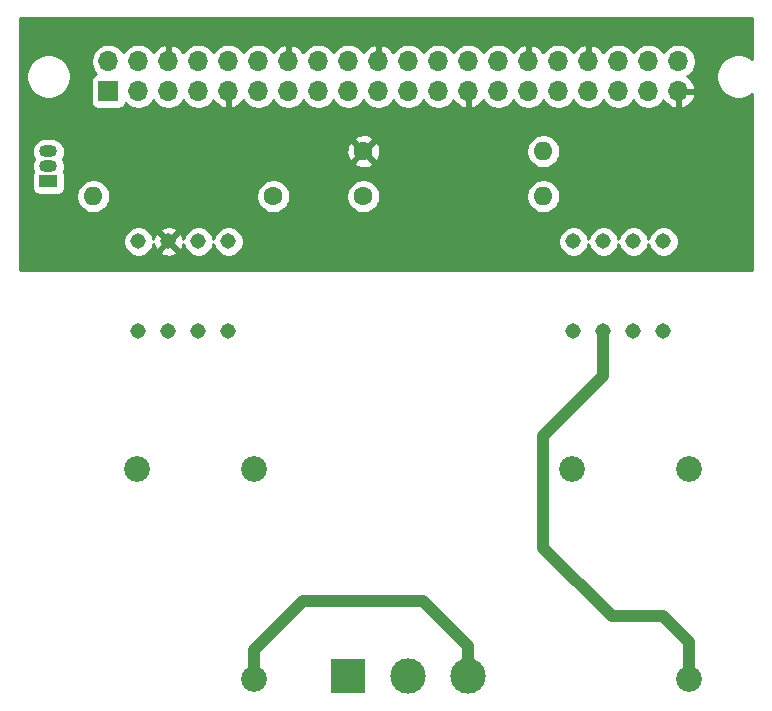
<source format=gbr>
%TF.GenerationSoftware,KiCad,Pcbnew,5.1.10-88a1d61d58~90~ubuntu20.04.1*%
%TF.CreationDate,2021-09-14T14:26:02-04:00*%
%TF.ProjectId,tele-pi,74656c65-2d70-4692-9e6b-696361645f70,rev?*%
%TF.SameCoordinates,Original*%
%TF.FileFunction,Copper,L2,Bot*%
%TF.FilePolarity,Positive*%
%FSLAX46Y46*%
G04 Gerber Fmt 4.6, Leading zero omitted, Abs format (unit mm)*
G04 Created by KiCad (PCBNEW 5.1.10-88a1d61d58~90~ubuntu20.04.1) date 2021-09-14 14:26:02*
%MOMM*%
%LPD*%
G01*
G04 APERTURE LIST*
%TA.AperFunction,ComponentPad*%
%ADD10O,1.600000X1.600000*%
%TD*%
%TA.AperFunction,ComponentPad*%
%ADD11C,1.600000*%
%TD*%
%TA.AperFunction,ComponentPad*%
%ADD12C,3.000000*%
%TD*%
%TA.AperFunction,ComponentPad*%
%ADD13R,3.000000X3.000000*%
%TD*%
%TA.AperFunction,ComponentPad*%
%ADD14C,1.308100*%
%TD*%
%TA.AperFunction,ComponentPad*%
%ADD15C,2.171700*%
%TD*%
%TA.AperFunction,ComponentPad*%
%ADD16R,1.500000X1.050000*%
%TD*%
%TA.AperFunction,ComponentPad*%
%ADD17O,1.500000X1.050000*%
%TD*%
%TA.AperFunction,ComponentPad*%
%ADD18O,1.700000X1.700000*%
%TD*%
%TA.AperFunction,ComponentPad*%
%ADD19R,1.700000X1.700000*%
%TD*%
%TA.AperFunction,Conductor*%
%ADD20C,1.000000*%
%TD*%
%TA.AperFunction,Conductor*%
%ADD21C,0.254000*%
%TD*%
%TA.AperFunction,Conductor*%
%ADD22C,0.100000*%
%TD*%
G04 APERTURE END LIST*
D10*
%TO.P,R1,2*%
%TO.N,Net-(Q1-Pad1)*%
X82550000Y-69850000D03*
D11*
%TO.P,R1,1*%
%TO.N,Net-(K1-Pad2)*%
X97790000Y-69850000D03*
%TD*%
D12*
%TO.P,+            -,3*%
%TO.N,Net-(J1-TX1-PadS)*%
X114300000Y-110490000D03*
%TO.P,+            -,2*%
%TO.N,Net-(J2-Pad2)*%
X109220000Y-110490000D03*
D13*
%TO.P,+            -,1*%
%TO.N,Net-(J1-TX2-PadT)*%
X104140000Y-110490000D03*
%TD*%
D10*
%TO.P,R3,2*%
%TO.N,Net-(K2-Pad6)*%
X120650000Y-66040000D03*
D11*
%TO.P,R3,1*%
%TO.N,GND*%
X105410000Y-66040000D03*
%TD*%
D10*
%TO.P,R2,2*%
%TO.N,Net-(K2-Pad6)*%
X120650000Y-69850000D03*
D11*
%TO.P,R2,1*%
%TO.N,Net-(J1-Pad16)*%
X105410000Y-69850000D03*
%TD*%
D14*
%TO.P,K2,8*%
%TO.N,Net-(J1-Pad17)*%
X123190000Y-73660000D03*
%TO.P,K2,7*%
%TO.N,Net-(K2-Pad6)*%
X125730000Y-73660000D03*
%TO.P,K2,6*%
X128270000Y-73660000D03*
%TO.P,K2,5*%
%TO.N,Net-(J1-Pad17)*%
X130810000Y-73660000D03*
%TO.P,K2,4*%
%TO.N,Net-(K2-Pad4)*%
X130810000Y-81280000D03*
%TO.P,K2,3*%
%TO.N,Net-(K1-Pad5)*%
X128270000Y-81280000D03*
%TO.P,K2,2*%
%TO.N,Net-(J1-TX2-PadS)*%
X125730000Y-81280000D03*
%TO.P,K2,1*%
%TO.N,Net-(K2-Pad1)*%
X123190000Y-81280000D03*
%TD*%
D15*
%TO.P,KEYBOARD-(RX),TB*%
%TO.N,Net-(J1-TX2-PadT)*%
X123113800Y-92913200D03*
%TO.P,KEYBOARD-(RX),T*%
X133019800Y-92913200D03*
%TO.P,KEYBOARD-(RX),S*%
%TO.N,Net-(J1-TX2-PadS)*%
X133019800Y-110693200D03*
%TD*%
D14*
%TO.P,K1,8*%
%TO.N,Net-(K1-Pad5)*%
X93980000Y-81280000D03*
%TO.P,K1,7*%
%TO.N,Net-(J1-TX1-PadT)*%
X91440000Y-81280000D03*
%TO.P,K1,6*%
X88900000Y-81280000D03*
%TO.P,K1,5*%
%TO.N,Net-(K1-Pad5)*%
X86360000Y-81280000D03*
%TO.P,K1,4*%
%TO.N,Net-(K1-Pad4)*%
X86360000Y-73660000D03*
%TO.P,K1,3*%
%TO.N,GND*%
X88900000Y-73660000D03*
%TO.P,K1,2*%
%TO.N,Net-(K1-Pad2)*%
X91440000Y-73660000D03*
%TO.P,K1,1*%
%TO.N,Net-(K1-Pad1)*%
X93980000Y-73660000D03*
%TD*%
D16*
%TO.P,Q1,1*%
%TO.N,Net-(Q1-Pad1)*%
X78740000Y-68580000D03*
D17*
%TO.P,Q1,3*%
%TO.N,Net-(J1-Pad2)*%
X78740000Y-66040000D03*
%TO.P,Q1,2*%
%TO.N,Net-(J1-Pad3)*%
X78740000Y-67310000D03*
%TD*%
D18*
%TO.P,J1,40*%
%TO.N,Net-(J1-Pad40)*%
X132080000Y-58420000D03*
%TO.P,J1,39*%
%TO.N,GND*%
X132080000Y-60960000D03*
%TO.P,J1,38*%
%TO.N,Net-(J1-Pad38)*%
X129540000Y-58420000D03*
%TO.P,J1,37*%
%TO.N,Net-(J1-Pad37)*%
X129540000Y-60960000D03*
%TO.P,J1,36*%
%TO.N,Net-(J1-Pad36)*%
X127000000Y-58420000D03*
%TO.P,J1,35*%
%TO.N,Net-(J1-Pad35)*%
X127000000Y-60960000D03*
%TO.P,J1,34*%
%TO.N,GND*%
X124460000Y-58420000D03*
%TO.P,J1,33*%
%TO.N,Net-(J1-Pad33)*%
X124460000Y-60960000D03*
%TO.P,J1,32*%
%TO.N,Net-(J1-Pad32)*%
X121920000Y-58420000D03*
%TO.P,J1,31*%
%TO.N,Net-(J1-Pad31)*%
X121920000Y-60960000D03*
%TO.P,J1,30*%
%TO.N,GND*%
X119380000Y-58420000D03*
%TO.P,J1,29*%
%TO.N,Net-(J1-Pad29)*%
X119380000Y-60960000D03*
%TO.P,J1,28*%
%TO.N,Net-(J1-Pad28)*%
X116840000Y-58420000D03*
%TO.P,J1,27*%
%TO.N,Net-(J1-Pad27)*%
X116840000Y-60960000D03*
%TO.P,J1,26*%
%TO.N,Net-(J1-Pad26)*%
X114300000Y-58420000D03*
%TO.P,J1,25*%
%TO.N,GND*%
X114300000Y-60960000D03*
%TO.P,J1,24*%
%TO.N,Net-(J1-Pad24)*%
X111760000Y-58420000D03*
%TO.P,J1,23*%
%TO.N,Net-(J1-Pad23)*%
X111760000Y-60960000D03*
%TO.P,J1,22*%
%TO.N,Net-(J1-Pad22)*%
X109220000Y-58420000D03*
%TO.P,J1,21*%
%TO.N,Net-(J1-Pad21)*%
X109220000Y-60960000D03*
%TO.P,J1,20*%
%TO.N,GND*%
X106680000Y-58420000D03*
%TO.P,J1,19*%
%TO.N,Net-(J1-Pad19)*%
X106680000Y-60960000D03*
%TO.P,J1,18*%
%TO.N,Net-(J1-Pad18)*%
X104140000Y-58420000D03*
%TO.P,J1,17*%
%TO.N,Net-(J1-Pad17)*%
X104140000Y-60960000D03*
%TO.P,J1,16*%
%TO.N,Net-(J1-Pad16)*%
X101600000Y-58420000D03*
%TO.P,J1,15*%
%TO.N,Net-(J1-Pad15)*%
X101600000Y-60960000D03*
%TO.P,J1,14*%
%TO.N,GND*%
X99060000Y-58420000D03*
%TO.P,J1,13*%
%TO.N,Net-(J1-Pad13)*%
X99060000Y-60960000D03*
%TO.P,J1,12*%
%TO.N,Net-(J1-Pad12)*%
X96520000Y-58420000D03*
%TO.P,J1,11*%
%TO.N,Net-(J1-Pad11)*%
X96520000Y-60960000D03*
%TO.P,J1,10*%
%TO.N,Net-(J1-Pad10)*%
X93980000Y-58420000D03*
%TO.P,J1,9*%
%TO.N,GND*%
X93980000Y-60960000D03*
%TO.P,J1,8*%
%TO.N,Net-(J1-Pad8)*%
X91440000Y-58420000D03*
%TO.P,J1,7*%
%TO.N,Net-(J1-Pad7)*%
X91440000Y-60960000D03*
%TO.P,J1,6*%
%TO.N,GND*%
X88900000Y-58420000D03*
%TO.P,J1,5*%
%TO.N,Net-(J1-Pad5)*%
X88900000Y-60960000D03*
%TO.P,J1,4*%
%TO.N,Net-(J1-Pad4)*%
X86360000Y-58420000D03*
%TO.P,J1,3*%
%TO.N,Net-(J1-Pad3)*%
X86360000Y-60960000D03*
%TO.P,J1,2*%
%TO.N,Net-(J1-Pad2)*%
X83820000Y-58420000D03*
D19*
%TO.P,J1,1*%
%TO.N,Net-(J1-Pad1)*%
X83820000Y-60960000D03*
%TD*%
D15*
%TO.P,PRINTER-(TX),TB*%
%TO.N,Net-(J1-TX1-PadT)*%
X86283800Y-92913200D03*
%TO.P,PRINTER-(TX),T*%
X96189800Y-92913200D03*
%TO.P,PRINTER-(TX),S*%
%TO.N,Net-(J1-TX1-PadS)*%
X96189800Y-110693200D03*
%TD*%
D20*
%TO.N,Net-(J1-TX1-PadS)*%
X96189800Y-110693200D02*
X96189800Y-108280200D01*
X96189800Y-108280200D02*
X100330000Y-104140000D01*
X100330000Y-104140000D02*
X110490000Y-104140000D01*
X114300000Y-107950000D02*
X114300000Y-110490000D01*
X110490000Y-104140000D02*
X114300000Y-107950000D01*
%TO.N,Net-(J1-TX2-PadS)*%
X120650000Y-90170000D02*
X125730000Y-85090000D01*
X120650000Y-99631310D02*
X120650000Y-90170000D01*
X126428690Y-105410000D02*
X120650000Y-99631310D01*
X130810000Y-105410000D02*
X126428690Y-105410000D01*
X125730000Y-85090000D02*
X125730000Y-81280000D01*
X133019800Y-107619800D02*
X130810000Y-105410000D01*
X133019800Y-110693200D02*
X133019800Y-107619800D01*
%TD*%
D21*
%TO.N,GND*%
X138303000Y-58186658D02*
X138052882Y-58019534D01*
X137709834Y-57877439D01*
X137345656Y-57805000D01*
X136974344Y-57805000D01*
X136610166Y-57877439D01*
X136267118Y-58019534D01*
X135958382Y-58225825D01*
X135695825Y-58488382D01*
X135489534Y-58797118D01*
X135347439Y-59140166D01*
X135275000Y-59504344D01*
X135275000Y-59875656D01*
X135347439Y-60239834D01*
X135489534Y-60582882D01*
X135695825Y-60891618D01*
X135958382Y-61154175D01*
X136267118Y-61360466D01*
X136610166Y-61502561D01*
X136974344Y-61575000D01*
X137345656Y-61575000D01*
X137709834Y-61502561D01*
X138052882Y-61360466D01*
X138303000Y-61193342D01*
X138303000Y-76073000D01*
X76327000Y-76073000D01*
X76327000Y-73533040D01*
X85070950Y-73533040D01*
X85070950Y-73786960D01*
X85120488Y-74036002D01*
X85217659Y-74270594D01*
X85358730Y-74481721D01*
X85538279Y-74661270D01*
X85749406Y-74802341D01*
X85983998Y-74899512D01*
X86233040Y-74949050D01*
X86486960Y-74949050D01*
X86736002Y-74899512D01*
X86970594Y-74802341D01*
X87181721Y-74661270D01*
X87294569Y-74548422D01*
X88191183Y-74548422D01*
X88245063Y-74777509D01*
X88475663Y-74883809D01*
X88722570Y-74943078D01*
X88976295Y-74953039D01*
X89227089Y-74913309D01*
X89465312Y-74825415D01*
X89554937Y-74777509D01*
X89608817Y-74548422D01*
X88900000Y-73839605D01*
X88191183Y-74548422D01*
X87294569Y-74548422D01*
X87361270Y-74481721D01*
X87502341Y-74270594D01*
X87599512Y-74036002D01*
X87630088Y-73882286D01*
X87646691Y-73987089D01*
X87734585Y-74225312D01*
X87782491Y-74314937D01*
X88011578Y-74368817D01*
X88720395Y-73660000D01*
X89079605Y-73660000D01*
X89788422Y-74368817D01*
X90017509Y-74314937D01*
X90123809Y-74084337D01*
X90170999Y-73887751D01*
X90200488Y-74036002D01*
X90297659Y-74270594D01*
X90438730Y-74481721D01*
X90618279Y-74661270D01*
X90829406Y-74802341D01*
X91063998Y-74899512D01*
X91313040Y-74949050D01*
X91566960Y-74949050D01*
X91816002Y-74899512D01*
X92050594Y-74802341D01*
X92261721Y-74661270D01*
X92441270Y-74481721D01*
X92582341Y-74270594D01*
X92679512Y-74036002D01*
X92710000Y-73882730D01*
X92740488Y-74036002D01*
X92837659Y-74270594D01*
X92978730Y-74481721D01*
X93158279Y-74661270D01*
X93369406Y-74802341D01*
X93603998Y-74899512D01*
X93853040Y-74949050D01*
X94106960Y-74949050D01*
X94356002Y-74899512D01*
X94590594Y-74802341D01*
X94801721Y-74661270D01*
X94981270Y-74481721D01*
X95122341Y-74270594D01*
X95219512Y-74036002D01*
X95269050Y-73786960D01*
X95269050Y-73533040D01*
X121900950Y-73533040D01*
X121900950Y-73786960D01*
X121950488Y-74036002D01*
X122047659Y-74270594D01*
X122188730Y-74481721D01*
X122368279Y-74661270D01*
X122579406Y-74802341D01*
X122813998Y-74899512D01*
X123063040Y-74949050D01*
X123316960Y-74949050D01*
X123566002Y-74899512D01*
X123800594Y-74802341D01*
X124011721Y-74661270D01*
X124191270Y-74481721D01*
X124332341Y-74270594D01*
X124429512Y-74036002D01*
X124460000Y-73882730D01*
X124490488Y-74036002D01*
X124587659Y-74270594D01*
X124728730Y-74481721D01*
X124908279Y-74661270D01*
X125119406Y-74802341D01*
X125353998Y-74899512D01*
X125603040Y-74949050D01*
X125856960Y-74949050D01*
X126106002Y-74899512D01*
X126340594Y-74802341D01*
X126551721Y-74661270D01*
X126731270Y-74481721D01*
X126872341Y-74270594D01*
X126969512Y-74036002D01*
X127000000Y-73882730D01*
X127030488Y-74036002D01*
X127127659Y-74270594D01*
X127268730Y-74481721D01*
X127448279Y-74661270D01*
X127659406Y-74802341D01*
X127893998Y-74899512D01*
X128143040Y-74949050D01*
X128396960Y-74949050D01*
X128646002Y-74899512D01*
X128880594Y-74802341D01*
X129091721Y-74661270D01*
X129271270Y-74481721D01*
X129412341Y-74270594D01*
X129509512Y-74036002D01*
X129540000Y-73882730D01*
X129570488Y-74036002D01*
X129667659Y-74270594D01*
X129808730Y-74481721D01*
X129988279Y-74661270D01*
X130199406Y-74802341D01*
X130433998Y-74899512D01*
X130683040Y-74949050D01*
X130936960Y-74949050D01*
X131186002Y-74899512D01*
X131420594Y-74802341D01*
X131631721Y-74661270D01*
X131811270Y-74481721D01*
X131952341Y-74270594D01*
X132049512Y-74036002D01*
X132099050Y-73786960D01*
X132099050Y-73533040D01*
X132049512Y-73283998D01*
X131952341Y-73049406D01*
X131811270Y-72838279D01*
X131631721Y-72658730D01*
X131420594Y-72517659D01*
X131186002Y-72420488D01*
X130936960Y-72370950D01*
X130683040Y-72370950D01*
X130433998Y-72420488D01*
X130199406Y-72517659D01*
X129988279Y-72658730D01*
X129808730Y-72838279D01*
X129667659Y-73049406D01*
X129570488Y-73283998D01*
X129540000Y-73437270D01*
X129509512Y-73283998D01*
X129412341Y-73049406D01*
X129271270Y-72838279D01*
X129091721Y-72658730D01*
X128880594Y-72517659D01*
X128646002Y-72420488D01*
X128396960Y-72370950D01*
X128143040Y-72370950D01*
X127893998Y-72420488D01*
X127659406Y-72517659D01*
X127448279Y-72658730D01*
X127268730Y-72838279D01*
X127127659Y-73049406D01*
X127030488Y-73283998D01*
X127000000Y-73437270D01*
X126969512Y-73283998D01*
X126872341Y-73049406D01*
X126731270Y-72838279D01*
X126551721Y-72658730D01*
X126340594Y-72517659D01*
X126106002Y-72420488D01*
X125856960Y-72370950D01*
X125603040Y-72370950D01*
X125353998Y-72420488D01*
X125119406Y-72517659D01*
X124908279Y-72658730D01*
X124728730Y-72838279D01*
X124587659Y-73049406D01*
X124490488Y-73283998D01*
X124460000Y-73437270D01*
X124429512Y-73283998D01*
X124332341Y-73049406D01*
X124191270Y-72838279D01*
X124011721Y-72658730D01*
X123800594Y-72517659D01*
X123566002Y-72420488D01*
X123316960Y-72370950D01*
X123063040Y-72370950D01*
X122813998Y-72420488D01*
X122579406Y-72517659D01*
X122368279Y-72658730D01*
X122188730Y-72838279D01*
X122047659Y-73049406D01*
X121950488Y-73283998D01*
X121900950Y-73533040D01*
X95269050Y-73533040D01*
X95219512Y-73283998D01*
X95122341Y-73049406D01*
X94981270Y-72838279D01*
X94801721Y-72658730D01*
X94590594Y-72517659D01*
X94356002Y-72420488D01*
X94106960Y-72370950D01*
X93853040Y-72370950D01*
X93603998Y-72420488D01*
X93369406Y-72517659D01*
X93158279Y-72658730D01*
X92978730Y-72838279D01*
X92837659Y-73049406D01*
X92740488Y-73283998D01*
X92710000Y-73437270D01*
X92679512Y-73283998D01*
X92582341Y-73049406D01*
X92441270Y-72838279D01*
X92261721Y-72658730D01*
X92050594Y-72517659D01*
X91816002Y-72420488D01*
X91566960Y-72370950D01*
X91313040Y-72370950D01*
X91063998Y-72420488D01*
X90829406Y-72517659D01*
X90618279Y-72658730D01*
X90438730Y-72838279D01*
X90297659Y-73049406D01*
X90200488Y-73283998D01*
X90169912Y-73437714D01*
X90153309Y-73332911D01*
X90065415Y-73094688D01*
X90017509Y-73005063D01*
X89788422Y-72951183D01*
X89079605Y-73660000D01*
X88720395Y-73660000D01*
X88011578Y-72951183D01*
X87782491Y-73005063D01*
X87676191Y-73235663D01*
X87629001Y-73432249D01*
X87599512Y-73283998D01*
X87502341Y-73049406D01*
X87361270Y-72838279D01*
X87294569Y-72771578D01*
X88191183Y-72771578D01*
X88900000Y-73480395D01*
X89608817Y-72771578D01*
X89554937Y-72542491D01*
X89324337Y-72436191D01*
X89077430Y-72376922D01*
X88823705Y-72366961D01*
X88572911Y-72406691D01*
X88334688Y-72494585D01*
X88245063Y-72542491D01*
X88191183Y-72771578D01*
X87294569Y-72771578D01*
X87181721Y-72658730D01*
X86970594Y-72517659D01*
X86736002Y-72420488D01*
X86486960Y-72370950D01*
X86233040Y-72370950D01*
X85983998Y-72420488D01*
X85749406Y-72517659D01*
X85538279Y-72658730D01*
X85358730Y-72838279D01*
X85217659Y-73049406D01*
X85120488Y-73283998D01*
X85070950Y-73533040D01*
X76327000Y-73533040D01*
X76327000Y-66040000D01*
X77349388Y-66040000D01*
X77371785Y-66267400D01*
X77438115Y-66486060D01*
X77539105Y-66675000D01*
X77438115Y-66863940D01*
X77371785Y-67082600D01*
X77349388Y-67310000D01*
X77371785Y-67537400D01*
X77435093Y-67746098D01*
X77400498Y-67810820D01*
X77364188Y-67930518D01*
X77351928Y-68055000D01*
X77351928Y-69105000D01*
X77364188Y-69229482D01*
X77400498Y-69349180D01*
X77459463Y-69459494D01*
X77538815Y-69556185D01*
X77635506Y-69635537D01*
X77745820Y-69694502D01*
X77865518Y-69730812D01*
X77990000Y-69743072D01*
X79490000Y-69743072D01*
X79614482Y-69730812D01*
X79687490Y-69708665D01*
X81115000Y-69708665D01*
X81115000Y-69991335D01*
X81170147Y-70268574D01*
X81278320Y-70529727D01*
X81435363Y-70764759D01*
X81635241Y-70964637D01*
X81870273Y-71121680D01*
X82131426Y-71229853D01*
X82408665Y-71285000D01*
X82691335Y-71285000D01*
X82968574Y-71229853D01*
X83229727Y-71121680D01*
X83464759Y-70964637D01*
X83664637Y-70764759D01*
X83821680Y-70529727D01*
X83929853Y-70268574D01*
X83985000Y-69991335D01*
X83985000Y-69708665D01*
X96355000Y-69708665D01*
X96355000Y-69991335D01*
X96410147Y-70268574D01*
X96518320Y-70529727D01*
X96675363Y-70764759D01*
X96875241Y-70964637D01*
X97110273Y-71121680D01*
X97371426Y-71229853D01*
X97648665Y-71285000D01*
X97931335Y-71285000D01*
X98208574Y-71229853D01*
X98469727Y-71121680D01*
X98704759Y-70964637D01*
X98904637Y-70764759D01*
X99061680Y-70529727D01*
X99169853Y-70268574D01*
X99225000Y-69991335D01*
X99225000Y-69708665D01*
X103975000Y-69708665D01*
X103975000Y-69991335D01*
X104030147Y-70268574D01*
X104138320Y-70529727D01*
X104295363Y-70764759D01*
X104495241Y-70964637D01*
X104730273Y-71121680D01*
X104991426Y-71229853D01*
X105268665Y-71285000D01*
X105551335Y-71285000D01*
X105828574Y-71229853D01*
X106089727Y-71121680D01*
X106324759Y-70964637D01*
X106524637Y-70764759D01*
X106681680Y-70529727D01*
X106789853Y-70268574D01*
X106845000Y-69991335D01*
X106845000Y-69708665D01*
X119215000Y-69708665D01*
X119215000Y-69991335D01*
X119270147Y-70268574D01*
X119378320Y-70529727D01*
X119535363Y-70764759D01*
X119735241Y-70964637D01*
X119970273Y-71121680D01*
X120231426Y-71229853D01*
X120508665Y-71285000D01*
X120791335Y-71285000D01*
X121068574Y-71229853D01*
X121329727Y-71121680D01*
X121564759Y-70964637D01*
X121764637Y-70764759D01*
X121921680Y-70529727D01*
X122029853Y-70268574D01*
X122085000Y-69991335D01*
X122085000Y-69708665D01*
X122029853Y-69431426D01*
X121921680Y-69170273D01*
X121764637Y-68935241D01*
X121564759Y-68735363D01*
X121329727Y-68578320D01*
X121068574Y-68470147D01*
X120791335Y-68415000D01*
X120508665Y-68415000D01*
X120231426Y-68470147D01*
X119970273Y-68578320D01*
X119735241Y-68735363D01*
X119535363Y-68935241D01*
X119378320Y-69170273D01*
X119270147Y-69431426D01*
X119215000Y-69708665D01*
X106845000Y-69708665D01*
X106789853Y-69431426D01*
X106681680Y-69170273D01*
X106524637Y-68935241D01*
X106324759Y-68735363D01*
X106089727Y-68578320D01*
X105828574Y-68470147D01*
X105551335Y-68415000D01*
X105268665Y-68415000D01*
X104991426Y-68470147D01*
X104730273Y-68578320D01*
X104495241Y-68735363D01*
X104295363Y-68935241D01*
X104138320Y-69170273D01*
X104030147Y-69431426D01*
X103975000Y-69708665D01*
X99225000Y-69708665D01*
X99169853Y-69431426D01*
X99061680Y-69170273D01*
X98904637Y-68935241D01*
X98704759Y-68735363D01*
X98469727Y-68578320D01*
X98208574Y-68470147D01*
X97931335Y-68415000D01*
X97648665Y-68415000D01*
X97371426Y-68470147D01*
X97110273Y-68578320D01*
X96875241Y-68735363D01*
X96675363Y-68935241D01*
X96518320Y-69170273D01*
X96410147Y-69431426D01*
X96355000Y-69708665D01*
X83985000Y-69708665D01*
X83929853Y-69431426D01*
X83821680Y-69170273D01*
X83664637Y-68935241D01*
X83464759Y-68735363D01*
X83229727Y-68578320D01*
X82968574Y-68470147D01*
X82691335Y-68415000D01*
X82408665Y-68415000D01*
X82131426Y-68470147D01*
X81870273Y-68578320D01*
X81635241Y-68735363D01*
X81435363Y-68935241D01*
X81278320Y-69170273D01*
X81170147Y-69431426D01*
X81115000Y-69708665D01*
X79687490Y-69708665D01*
X79734180Y-69694502D01*
X79844494Y-69635537D01*
X79941185Y-69556185D01*
X80020537Y-69459494D01*
X80079502Y-69349180D01*
X80115812Y-69229482D01*
X80128072Y-69105000D01*
X80128072Y-68055000D01*
X80115812Y-67930518D01*
X80079502Y-67810820D01*
X80044907Y-67746098D01*
X80108215Y-67537400D01*
X80130612Y-67310000D01*
X80108215Y-67082600D01*
X80093079Y-67032702D01*
X104596903Y-67032702D01*
X104668486Y-67276671D01*
X104923996Y-67397571D01*
X105198184Y-67466300D01*
X105480512Y-67480217D01*
X105760130Y-67438787D01*
X106026292Y-67343603D01*
X106151514Y-67276671D01*
X106223097Y-67032702D01*
X105410000Y-66219605D01*
X104596903Y-67032702D01*
X80093079Y-67032702D01*
X80041885Y-66863940D01*
X79940895Y-66675000D01*
X80041885Y-66486060D01*
X80108215Y-66267400D01*
X80123667Y-66110512D01*
X103969783Y-66110512D01*
X104011213Y-66390130D01*
X104106397Y-66656292D01*
X104173329Y-66781514D01*
X104417298Y-66853097D01*
X105230395Y-66040000D01*
X105589605Y-66040000D01*
X106402702Y-66853097D01*
X106646671Y-66781514D01*
X106767571Y-66526004D01*
X106836300Y-66251816D01*
X106850217Y-65969488D01*
X106839724Y-65898665D01*
X119215000Y-65898665D01*
X119215000Y-66181335D01*
X119270147Y-66458574D01*
X119378320Y-66719727D01*
X119535363Y-66954759D01*
X119735241Y-67154637D01*
X119970273Y-67311680D01*
X120231426Y-67419853D01*
X120508665Y-67475000D01*
X120791335Y-67475000D01*
X121068574Y-67419853D01*
X121329727Y-67311680D01*
X121564759Y-67154637D01*
X121764637Y-66954759D01*
X121921680Y-66719727D01*
X122029853Y-66458574D01*
X122085000Y-66181335D01*
X122085000Y-65898665D01*
X122029853Y-65621426D01*
X121921680Y-65360273D01*
X121764637Y-65125241D01*
X121564759Y-64925363D01*
X121329727Y-64768320D01*
X121068574Y-64660147D01*
X120791335Y-64605000D01*
X120508665Y-64605000D01*
X120231426Y-64660147D01*
X119970273Y-64768320D01*
X119735241Y-64925363D01*
X119535363Y-65125241D01*
X119378320Y-65360273D01*
X119270147Y-65621426D01*
X119215000Y-65898665D01*
X106839724Y-65898665D01*
X106808787Y-65689870D01*
X106713603Y-65423708D01*
X106646671Y-65298486D01*
X106402702Y-65226903D01*
X105589605Y-66040000D01*
X105230395Y-66040000D01*
X104417298Y-65226903D01*
X104173329Y-65298486D01*
X104052429Y-65553996D01*
X103983700Y-65828184D01*
X103969783Y-66110512D01*
X80123667Y-66110512D01*
X80130612Y-66040000D01*
X80108215Y-65812600D01*
X80041885Y-65593940D01*
X79934171Y-65392421D01*
X79789212Y-65215788D01*
X79612579Y-65070829D01*
X79568556Y-65047298D01*
X104596903Y-65047298D01*
X105410000Y-65860395D01*
X106223097Y-65047298D01*
X106151514Y-64803329D01*
X105896004Y-64682429D01*
X105621816Y-64613700D01*
X105339488Y-64599783D01*
X105059870Y-64641213D01*
X104793708Y-64736397D01*
X104668486Y-64803329D01*
X104596903Y-65047298D01*
X79568556Y-65047298D01*
X79411060Y-64963115D01*
X79192400Y-64896785D01*
X79021979Y-64880000D01*
X78458021Y-64880000D01*
X78287600Y-64896785D01*
X78068940Y-64963115D01*
X77867421Y-65070829D01*
X77690788Y-65215788D01*
X77545829Y-65392421D01*
X77438115Y-65593940D01*
X77371785Y-65812600D01*
X77349388Y-66040000D01*
X76327000Y-66040000D01*
X76327000Y-59504344D01*
X76855000Y-59504344D01*
X76855000Y-59875656D01*
X76927439Y-60239834D01*
X77069534Y-60582882D01*
X77275825Y-60891618D01*
X77538382Y-61154175D01*
X77847118Y-61360466D01*
X78190166Y-61502561D01*
X78554344Y-61575000D01*
X78925656Y-61575000D01*
X79289834Y-61502561D01*
X79632882Y-61360466D01*
X79941618Y-61154175D01*
X80204175Y-60891618D01*
X80410466Y-60582882D01*
X80552561Y-60239834D01*
X80578386Y-60110000D01*
X82331928Y-60110000D01*
X82331928Y-61810000D01*
X82344188Y-61934482D01*
X82380498Y-62054180D01*
X82439463Y-62164494D01*
X82518815Y-62261185D01*
X82615506Y-62340537D01*
X82725820Y-62399502D01*
X82845518Y-62435812D01*
X82970000Y-62448072D01*
X84670000Y-62448072D01*
X84794482Y-62435812D01*
X84914180Y-62399502D01*
X85024494Y-62340537D01*
X85121185Y-62261185D01*
X85200537Y-62164494D01*
X85259502Y-62054180D01*
X85281513Y-61981620D01*
X85413368Y-62113475D01*
X85656589Y-62275990D01*
X85926842Y-62387932D01*
X86213740Y-62445000D01*
X86506260Y-62445000D01*
X86793158Y-62387932D01*
X87063411Y-62275990D01*
X87306632Y-62113475D01*
X87513475Y-61906632D01*
X87630000Y-61732240D01*
X87746525Y-61906632D01*
X87953368Y-62113475D01*
X88196589Y-62275990D01*
X88466842Y-62387932D01*
X88753740Y-62445000D01*
X89046260Y-62445000D01*
X89333158Y-62387932D01*
X89603411Y-62275990D01*
X89846632Y-62113475D01*
X90053475Y-61906632D01*
X90170000Y-61732240D01*
X90286525Y-61906632D01*
X90493368Y-62113475D01*
X90736589Y-62275990D01*
X91006842Y-62387932D01*
X91293740Y-62445000D01*
X91586260Y-62445000D01*
X91873158Y-62387932D01*
X92143411Y-62275990D01*
X92386632Y-62113475D01*
X92593475Y-61906632D01*
X92715195Y-61724466D01*
X92784822Y-61841355D01*
X92979731Y-62057588D01*
X93213080Y-62231641D01*
X93475901Y-62356825D01*
X93623110Y-62401476D01*
X93853000Y-62280155D01*
X93853000Y-61087000D01*
X93833000Y-61087000D01*
X93833000Y-60833000D01*
X93853000Y-60833000D01*
X93853000Y-60813000D01*
X94107000Y-60813000D01*
X94107000Y-60833000D01*
X94127000Y-60833000D01*
X94127000Y-61087000D01*
X94107000Y-61087000D01*
X94107000Y-62280155D01*
X94336890Y-62401476D01*
X94484099Y-62356825D01*
X94746920Y-62231641D01*
X94980269Y-62057588D01*
X95175178Y-61841355D01*
X95244805Y-61724466D01*
X95366525Y-61906632D01*
X95573368Y-62113475D01*
X95816589Y-62275990D01*
X96086842Y-62387932D01*
X96373740Y-62445000D01*
X96666260Y-62445000D01*
X96953158Y-62387932D01*
X97223411Y-62275990D01*
X97466632Y-62113475D01*
X97673475Y-61906632D01*
X97790000Y-61732240D01*
X97906525Y-61906632D01*
X98113368Y-62113475D01*
X98356589Y-62275990D01*
X98626842Y-62387932D01*
X98913740Y-62445000D01*
X99206260Y-62445000D01*
X99493158Y-62387932D01*
X99763411Y-62275990D01*
X100006632Y-62113475D01*
X100213475Y-61906632D01*
X100330000Y-61732240D01*
X100446525Y-61906632D01*
X100653368Y-62113475D01*
X100896589Y-62275990D01*
X101166842Y-62387932D01*
X101453740Y-62445000D01*
X101746260Y-62445000D01*
X102033158Y-62387932D01*
X102303411Y-62275990D01*
X102546632Y-62113475D01*
X102753475Y-61906632D01*
X102870000Y-61732240D01*
X102986525Y-61906632D01*
X103193368Y-62113475D01*
X103436589Y-62275990D01*
X103706842Y-62387932D01*
X103993740Y-62445000D01*
X104286260Y-62445000D01*
X104573158Y-62387932D01*
X104843411Y-62275990D01*
X105086632Y-62113475D01*
X105293475Y-61906632D01*
X105410000Y-61732240D01*
X105526525Y-61906632D01*
X105733368Y-62113475D01*
X105976589Y-62275990D01*
X106246842Y-62387932D01*
X106533740Y-62445000D01*
X106826260Y-62445000D01*
X107113158Y-62387932D01*
X107383411Y-62275990D01*
X107626632Y-62113475D01*
X107833475Y-61906632D01*
X107950000Y-61732240D01*
X108066525Y-61906632D01*
X108273368Y-62113475D01*
X108516589Y-62275990D01*
X108786842Y-62387932D01*
X109073740Y-62445000D01*
X109366260Y-62445000D01*
X109653158Y-62387932D01*
X109923411Y-62275990D01*
X110166632Y-62113475D01*
X110373475Y-61906632D01*
X110490000Y-61732240D01*
X110606525Y-61906632D01*
X110813368Y-62113475D01*
X111056589Y-62275990D01*
X111326842Y-62387932D01*
X111613740Y-62445000D01*
X111906260Y-62445000D01*
X112193158Y-62387932D01*
X112463411Y-62275990D01*
X112706632Y-62113475D01*
X112913475Y-61906632D01*
X113035195Y-61724466D01*
X113104822Y-61841355D01*
X113299731Y-62057588D01*
X113533080Y-62231641D01*
X113795901Y-62356825D01*
X113943110Y-62401476D01*
X114173000Y-62280155D01*
X114173000Y-61087000D01*
X114153000Y-61087000D01*
X114153000Y-60833000D01*
X114173000Y-60833000D01*
X114173000Y-60813000D01*
X114427000Y-60813000D01*
X114427000Y-60833000D01*
X114447000Y-60833000D01*
X114447000Y-61087000D01*
X114427000Y-61087000D01*
X114427000Y-62280155D01*
X114656890Y-62401476D01*
X114804099Y-62356825D01*
X115066920Y-62231641D01*
X115300269Y-62057588D01*
X115495178Y-61841355D01*
X115564805Y-61724466D01*
X115686525Y-61906632D01*
X115893368Y-62113475D01*
X116136589Y-62275990D01*
X116406842Y-62387932D01*
X116693740Y-62445000D01*
X116986260Y-62445000D01*
X117273158Y-62387932D01*
X117543411Y-62275990D01*
X117786632Y-62113475D01*
X117993475Y-61906632D01*
X118110000Y-61732240D01*
X118226525Y-61906632D01*
X118433368Y-62113475D01*
X118676589Y-62275990D01*
X118946842Y-62387932D01*
X119233740Y-62445000D01*
X119526260Y-62445000D01*
X119813158Y-62387932D01*
X120083411Y-62275990D01*
X120326632Y-62113475D01*
X120533475Y-61906632D01*
X120650000Y-61732240D01*
X120766525Y-61906632D01*
X120973368Y-62113475D01*
X121216589Y-62275990D01*
X121486842Y-62387932D01*
X121773740Y-62445000D01*
X122066260Y-62445000D01*
X122353158Y-62387932D01*
X122623411Y-62275990D01*
X122866632Y-62113475D01*
X123073475Y-61906632D01*
X123190000Y-61732240D01*
X123306525Y-61906632D01*
X123513368Y-62113475D01*
X123756589Y-62275990D01*
X124026842Y-62387932D01*
X124313740Y-62445000D01*
X124606260Y-62445000D01*
X124893158Y-62387932D01*
X125163411Y-62275990D01*
X125406632Y-62113475D01*
X125613475Y-61906632D01*
X125730000Y-61732240D01*
X125846525Y-61906632D01*
X126053368Y-62113475D01*
X126296589Y-62275990D01*
X126566842Y-62387932D01*
X126853740Y-62445000D01*
X127146260Y-62445000D01*
X127433158Y-62387932D01*
X127703411Y-62275990D01*
X127946632Y-62113475D01*
X128153475Y-61906632D01*
X128270000Y-61732240D01*
X128386525Y-61906632D01*
X128593368Y-62113475D01*
X128836589Y-62275990D01*
X129106842Y-62387932D01*
X129393740Y-62445000D01*
X129686260Y-62445000D01*
X129973158Y-62387932D01*
X130243411Y-62275990D01*
X130486632Y-62113475D01*
X130693475Y-61906632D01*
X130815195Y-61724466D01*
X130884822Y-61841355D01*
X131079731Y-62057588D01*
X131313080Y-62231641D01*
X131575901Y-62356825D01*
X131723110Y-62401476D01*
X131953000Y-62280155D01*
X131953000Y-61087000D01*
X132207000Y-61087000D01*
X132207000Y-62280155D01*
X132436890Y-62401476D01*
X132584099Y-62356825D01*
X132846920Y-62231641D01*
X133080269Y-62057588D01*
X133275178Y-61841355D01*
X133424157Y-61591252D01*
X133521481Y-61316891D01*
X133400814Y-61087000D01*
X132207000Y-61087000D01*
X131953000Y-61087000D01*
X131933000Y-61087000D01*
X131933000Y-60833000D01*
X131953000Y-60833000D01*
X131953000Y-60813000D01*
X132207000Y-60813000D01*
X132207000Y-60833000D01*
X133400814Y-60833000D01*
X133521481Y-60603109D01*
X133424157Y-60328748D01*
X133275178Y-60078645D01*
X133080269Y-59862412D01*
X132850594Y-59691100D01*
X133026632Y-59573475D01*
X133233475Y-59366632D01*
X133395990Y-59123411D01*
X133507932Y-58853158D01*
X133565000Y-58566260D01*
X133565000Y-58273740D01*
X133507932Y-57986842D01*
X133395990Y-57716589D01*
X133233475Y-57473368D01*
X133026632Y-57266525D01*
X132783411Y-57104010D01*
X132513158Y-56992068D01*
X132226260Y-56935000D01*
X131933740Y-56935000D01*
X131646842Y-56992068D01*
X131376589Y-57104010D01*
X131133368Y-57266525D01*
X130926525Y-57473368D01*
X130810000Y-57647760D01*
X130693475Y-57473368D01*
X130486632Y-57266525D01*
X130243411Y-57104010D01*
X129973158Y-56992068D01*
X129686260Y-56935000D01*
X129393740Y-56935000D01*
X129106842Y-56992068D01*
X128836589Y-57104010D01*
X128593368Y-57266525D01*
X128386525Y-57473368D01*
X128270000Y-57647760D01*
X128153475Y-57473368D01*
X127946632Y-57266525D01*
X127703411Y-57104010D01*
X127433158Y-56992068D01*
X127146260Y-56935000D01*
X126853740Y-56935000D01*
X126566842Y-56992068D01*
X126296589Y-57104010D01*
X126053368Y-57266525D01*
X125846525Y-57473368D01*
X125724805Y-57655534D01*
X125655178Y-57538645D01*
X125460269Y-57322412D01*
X125226920Y-57148359D01*
X124964099Y-57023175D01*
X124816890Y-56978524D01*
X124587000Y-57099845D01*
X124587000Y-58293000D01*
X124607000Y-58293000D01*
X124607000Y-58547000D01*
X124587000Y-58547000D01*
X124587000Y-58567000D01*
X124333000Y-58567000D01*
X124333000Y-58547000D01*
X124313000Y-58547000D01*
X124313000Y-58293000D01*
X124333000Y-58293000D01*
X124333000Y-57099845D01*
X124103110Y-56978524D01*
X123955901Y-57023175D01*
X123693080Y-57148359D01*
X123459731Y-57322412D01*
X123264822Y-57538645D01*
X123195195Y-57655534D01*
X123073475Y-57473368D01*
X122866632Y-57266525D01*
X122623411Y-57104010D01*
X122353158Y-56992068D01*
X122066260Y-56935000D01*
X121773740Y-56935000D01*
X121486842Y-56992068D01*
X121216589Y-57104010D01*
X120973368Y-57266525D01*
X120766525Y-57473368D01*
X120644805Y-57655534D01*
X120575178Y-57538645D01*
X120380269Y-57322412D01*
X120146920Y-57148359D01*
X119884099Y-57023175D01*
X119736890Y-56978524D01*
X119507000Y-57099845D01*
X119507000Y-58293000D01*
X119527000Y-58293000D01*
X119527000Y-58547000D01*
X119507000Y-58547000D01*
X119507000Y-58567000D01*
X119253000Y-58567000D01*
X119253000Y-58547000D01*
X119233000Y-58547000D01*
X119233000Y-58293000D01*
X119253000Y-58293000D01*
X119253000Y-57099845D01*
X119023110Y-56978524D01*
X118875901Y-57023175D01*
X118613080Y-57148359D01*
X118379731Y-57322412D01*
X118184822Y-57538645D01*
X118115195Y-57655534D01*
X117993475Y-57473368D01*
X117786632Y-57266525D01*
X117543411Y-57104010D01*
X117273158Y-56992068D01*
X116986260Y-56935000D01*
X116693740Y-56935000D01*
X116406842Y-56992068D01*
X116136589Y-57104010D01*
X115893368Y-57266525D01*
X115686525Y-57473368D01*
X115570000Y-57647760D01*
X115453475Y-57473368D01*
X115246632Y-57266525D01*
X115003411Y-57104010D01*
X114733158Y-56992068D01*
X114446260Y-56935000D01*
X114153740Y-56935000D01*
X113866842Y-56992068D01*
X113596589Y-57104010D01*
X113353368Y-57266525D01*
X113146525Y-57473368D01*
X113030000Y-57647760D01*
X112913475Y-57473368D01*
X112706632Y-57266525D01*
X112463411Y-57104010D01*
X112193158Y-56992068D01*
X111906260Y-56935000D01*
X111613740Y-56935000D01*
X111326842Y-56992068D01*
X111056589Y-57104010D01*
X110813368Y-57266525D01*
X110606525Y-57473368D01*
X110490000Y-57647760D01*
X110373475Y-57473368D01*
X110166632Y-57266525D01*
X109923411Y-57104010D01*
X109653158Y-56992068D01*
X109366260Y-56935000D01*
X109073740Y-56935000D01*
X108786842Y-56992068D01*
X108516589Y-57104010D01*
X108273368Y-57266525D01*
X108066525Y-57473368D01*
X107944805Y-57655534D01*
X107875178Y-57538645D01*
X107680269Y-57322412D01*
X107446920Y-57148359D01*
X107184099Y-57023175D01*
X107036890Y-56978524D01*
X106807000Y-57099845D01*
X106807000Y-58293000D01*
X106827000Y-58293000D01*
X106827000Y-58547000D01*
X106807000Y-58547000D01*
X106807000Y-58567000D01*
X106553000Y-58567000D01*
X106553000Y-58547000D01*
X106533000Y-58547000D01*
X106533000Y-58293000D01*
X106553000Y-58293000D01*
X106553000Y-57099845D01*
X106323110Y-56978524D01*
X106175901Y-57023175D01*
X105913080Y-57148359D01*
X105679731Y-57322412D01*
X105484822Y-57538645D01*
X105415195Y-57655534D01*
X105293475Y-57473368D01*
X105086632Y-57266525D01*
X104843411Y-57104010D01*
X104573158Y-56992068D01*
X104286260Y-56935000D01*
X103993740Y-56935000D01*
X103706842Y-56992068D01*
X103436589Y-57104010D01*
X103193368Y-57266525D01*
X102986525Y-57473368D01*
X102870000Y-57647760D01*
X102753475Y-57473368D01*
X102546632Y-57266525D01*
X102303411Y-57104010D01*
X102033158Y-56992068D01*
X101746260Y-56935000D01*
X101453740Y-56935000D01*
X101166842Y-56992068D01*
X100896589Y-57104010D01*
X100653368Y-57266525D01*
X100446525Y-57473368D01*
X100324805Y-57655534D01*
X100255178Y-57538645D01*
X100060269Y-57322412D01*
X99826920Y-57148359D01*
X99564099Y-57023175D01*
X99416890Y-56978524D01*
X99187000Y-57099845D01*
X99187000Y-58293000D01*
X99207000Y-58293000D01*
X99207000Y-58547000D01*
X99187000Y-58547000D01*
X99187000Y-58567000D01*
X98933000Y-58567000D01*
X98933000Y-58547000D01*
X98913000Y-58547000D01*
X98913000Y-58293000D01*
X98933000Y-58293000D01*
X98933000Y-57099845D01*
X98703110Y-56978524D01*
X98555901Y-57023175D01*
X98293080Y-57148359D01*
X98059731Y-57322412D01*
X97864822Y-57538645D01*
X97795195Y-57655534D01*
X97673475Y-57473368D01*
X97466632Y-57266525D01*
X97223411Y-57104010D01*
X96953158Y-56992068D01*
X96666260Y-56935000D01*
X96373740Y-56935000D01*
X96086842Y-56992068D01*
X95816589Y-57104010D01*
X95573368Y-57266525D01*
X95366525Y-57473368D01*
X95250000Y-57647760D01*
X95133475Y-57473368D01*
X94926632Y-57266525D01*
X94683411Y-57104010D01*
X94413158Y-56992068D01*
X94126260Y-56935000D01*
X93833740Y-56935000D01*
X93546842Y-56992068D01*
X93276589Y-57104010D01*
X93033368Y-57266525D01*
X92826525Y-57473368D01*
X92710000Y-57647760D01*
X92593475Y-57473368D01*
X92386632Y-57266525D01*
X92143411Y-57104010D01*
X91873158Y-56992068D01*
X91586260Y-56935000D01*
X91293740Y-56935000D01*
X91006842Y-56992068D01*
X90736589Y-57104010D01*
X90493368Y-57266525D01*
X90286525Y-57473368D01*
X90164805Y-57655534D01*
X90095178Y-57538645D01*
X89900269Y-57322412D01*
X89666920Y-57148359D01*
X89404099Y-57023175D01*
X89256890Y-56978524D01*
X89027000Y-57099845D01*
X89027000Y-58293000D01*
X89047000Y-58293000D01*
X89047000Y-58547000D01*
X89027000Y-58547000D01*
X89027000Y-58567000D01*
X88773000Y-58567000D01*
X88773000Y-58547000D01*
X88753000Y-58547000D01*
X88753000Y-58293000D01*
X88773000Y-58293000D01*
X88773000Y-57099845D01*
X88543110Y-56978524D01*
X88395901Y-57023175D01*
X88133080Y-57148359D01*
X87899731Y-57322412D01*
X87704822Y-57538645D01*
X87635195Y-57655534D01*
X87513475Y-57473368D01*
X87306632Y-57266525D01*
X87063411Y-57104010D01*
X86793158Y-56992068D01*
X86506260Y-56935000D01*
X86213740Y-56935000D01*
X85926842Y-56992068D01*
X85656589Y-57104010D01*
X85413368Y-57266525D01*
X85206525Y-57473368D01*
X85090000Y-57647760D01*
X84973475Y-57473368D01*
X84766632Y-57266525D01*
X84523411Y-57104010D01*
X84253158Y-56992068D01*
X83966260Y-56935000D01*
X83673740Y-56935000D01*
X83386842Y-56992068D01*
X83116589Y-57104010D01*
X82873368Y-57266525D01*
X82666525Y-57473368D01*
X82504010Y-57716589D01*
X82392068Y-57986842D01*
X82335000Y-58273740D01*
X82335000Y-58566260D01*
X82392068Y-58853158D01*
X82504010Y-59123411D01*
X82666525Y-59366632D01*
X82798380Y-59498487D01*
X82725820Y-59520498D01*
X82615506Y-59579463D01*
X82518815Y-59658815D01*
X82439463Y-59755506D01*
X82380498Y-59865820D01*
X82344188Y-59985518D01*
X82331928Y-60110000D01*
X80578386Y-60110000D01*
X80625000Y-59875656D01*
X80625000Y-59504344D01*
X80552561Y-59140166D01*
X80410466Y-58797118D01*
X80204175Y-58488382D01*
X79941618Y-58225825D01*
X79632882Y-58019534D01*
X79289834Y-57877439D01*
X78925656Y-57805000D01*
X78554344Y-57805000D01*
X78190166Y-57877439D01*
X77847118Y-58019534D01*
X77538382Y-58225825D01*
X77275825Y-58488382D01*
X77069534Y-58797118D01*
X76927439Y-59140166D01*
X76855000Y-59504344D01*
X76327000Y-59504344D01*
X76327000Y-54737000D01*
X138303000Y-54737000D01*
X138303000Y-58186658D01*
%TA.AperFunction,Conductor*%
D22*
G36*
X138303000Y-58186658D02*
G01*
X138052882Y-58019534D01*
X137709834Y-57877439D01*
X137345656Y-57805000D01*
X136974344Y-57805000D01*
X136610166Y-57877439D01*
X136267118Y-58019534D01*
X135958382Y-58225825D01*
X135695825Y-58488382D01*
X135489534Y-58797118D01*
X135347439Y-59140166D01*
X135275000Y-59504344D01*
X135275000Y-59875656D01*
X135347439Y-60239834D01*
X135489534Y-60582882D01*
X135695825Y-60891618D01*
X135958382Y-61154175D01*
X136267118Y-61360466D01*
X136610166Y-61502561D01*
X136974344Y-61575000D01*
X137345656Y-61575000D01*
X137709834Y-61502561D01*
X138052882Y-61360466D01*
X138303000Y-61193342D01*
X138303000Y-76073000D01*
X76327000Y-76073000D01*
X76327000Y-73533040D01*
X85070950Y-73533040D01*
X85070950Y-73786960D01*
X85120488Y-74036002D01*
X85217659Y-74270594D01*
X85358730Y-74481721D01*
X85538279Y-74661270D01*
X85749406Y-74802341D01*
X85983998Y-74899512D01*
X86233040Y-74949050D01*
X86486960Y-74949050D01*
X86736002Y-74899512D01*
X86970594Y-74802341D01*
X87181721Y-74661270D01*
X87294569Y-74548422D01*
X88191183Y-74548422D01*
X88245063Y-74777509D01*
X88475663Y-74883809D01*
X88722570Y-74943078D01*
X88976295Y-74953039D01*
X89227089Y-74913309D01*
X89465312Y-74825415D01*
X89554937Y-74777509D01*
X89608817Y-74548422D01*
X88900000Y-73839605D01*
X88191183Y-74548422D01*
X87294569Y-74548422D01*
X87361270Y-74481721D01*
X87502341Y-74270594D01*
X87599512Y-74036002D01*
X87630088Y-73882286D01*
X87646691Y-73987089D01*
X87734585Y-74225312D01*
X87782491Y-74314937D01*
X88011578Y-74368817D01*
X88720395Y-73660000D01*
X89079605Y-73660000D01*
X89788422Y-74368817D01*
X90017509Y-74314937D01*
X90123809Y-74084337D01*
X90170999Y-73887751D01*
X90200488Y-74036002D01*
X90297659Y-74270594D01*
X90438730Y-74481721D01*
X90618279Y-74661270D01*
X90829406Y-74802341D01*
X91063998Y-74899512D01*
X91313040Y-74949050D01*
X91566960Y-74949050D01*
X91816002Y-74899512D01*
X92050594Y-74802341D01*
X92261721Y-74661270D01*
X92441270Y-74481721D01*
X92582341Y-74270594D01*
X92679512Y-74036002D01*
X92710000Y-73882730D01*
X92740488Y-74036002D01*
X92837659Y-74270594D01*
X92978730Y-74481721D01*
X93158279Y-74661270D01*
X93369406Y-74802341D01*
X93603998Y-74899512D01*
X93853040Y-74949050D01*
X94106960Y-74949050D01*
X94356002Y-74899512D01*
X94590594Y-74802341D01*
X94801721Y-74661270D01*
X94981270Y-74481721D01*
X95122341Y-74270594D01*
X95219512Y-74036002D01*
X95269050Y-73786960D01*
X95269050Y-73533040D01*
X121900950Y-73533040D01*
X121900950Y-73786960D01*
X121950488Y-74036002D01*
X122047659Y-74270594D01*
X122188730Y-74481721D01*
X122368279Y-74661270D01*
X122579406Y-74802341D01*
X122813998Y-74899512D01*
X123063040Y-74949050D01*
X123316960Y-74949050D01*
X123566002Y-74899512D01*
X123800594Y-74802341D01*
X124011721Y-74661270D01*
X124191270Y-74481721D01*
X124332341Y-74270594D01*
X124429512Y-74036002D01*
X124460000Y-73882730D01*
X124490488Y-74036002D01*
X124587659Y-74270594D01*
X124728730Y-74481721D01*
X124908279Y-74661270D01*
X125119406Y-74802341D01*
X125353998Y-74899512D01*
X125603040Y-74949050D01*
X125856960Y-74949050D01*
X126106002Y-74899512D01*
X126340594Y-74802341D01*
X126551721Y-74661270D01*
X126731270Y-74481721D01*
X126872341Y-74270594D01*
X126969512Y-74036002D01*
X127000000Y-73882730D01*
X127030488Y-74036002D01*
X127127659Y-74270594D01*
X127268730Y-74481721D01*
X127448279Y-74661270D01*
X127659406Y-74802341D01*
X127893998Y-74899512D01*
X128143040Y-74949050D01*
X128396960Y-74949050D01*
X128646002Y-74899512D01*
X128880594Y-74802341D01*
X129091721Y-74661270D01*
X129271270Y-74481721D01*
X129412341Y-74270594D01*
X129509512Y-74036002D01*
X129540000Y-73882730D01*
X129570488Y-74036002D01*
X129667659Y-74270594D01*
X129808730Y-74481721D01*
X129988279Y-74661270D01*
X130199406Y-74802341D01*
X130433998Y-74899512D01*
X130683040Y-74949050D01*
X130936960Y-74949050D01*
X131186002Y-74899512D01*
X131420594Y-74802341D01*
X131631721Y-74661270D01*
X131811270Y-74481721D01*
X131952341Y-74270594D01*
X132049512Y-74036002D01*
X132099050Y-73786960D01*
X132099050Y-73533040D01*
X132049512Y-73283998D01*
X131952341Y-73049406D01*
X131811270Y-72838279D01*
X131631721Y-72658730D01*
X131420594Y-72517659D01*
X131186002Y-72420488D01*
X130936960Y-72370950D01*
X130683040Y-72370950D01*
X130433998Y-72420488D01*
X130199406Y-72517659D01*
X129988279Y-72658730D01*
X129808730Y-72838279D01*
X129667659Y-73049406D01*
X129570488Y-73283998D01*
X129540000Y-73437270D01*
X129509512Y-73283998D01*
X129412341Y-73049406D01*
X129271270Y-72838279D01*
X129091721Y-72658730D01*
X128880594Y-72517659D01*
X128646002Y-72420488D01*
X128396960Y-72370950D01*
X128143040Y-72370950D01*
X127893998Y-72420488D01*
X127659406Y-72517659D01*
X127448279Y-72658730D01*
X127268730Y-72838279D01*
X127127659Y-73049406D01*
X127030488Y-73283998D01*
X127000000Y-73437270D01*
X126969512Y-73283998D01*
X126872341Y-73049406D01*
X126731270Y-72838279D01*
X126551721Y-72658730D01*
X126340594Y-72517659D01*
X126106002Y-72420488D01*
X125856960Y-72370950D01*
X125603040Y-72370950D01*
X125353998Y-72420488D01*
X125119406Y-72517659D01*
X124908279Y-72658730D01*
X124728730Y-72838279D01*
X124587659Y-73049406D01*
X124490488Y-73283998D01*
X124460000Y-73437270D01*
X124429512Y-73283998D01*
X124332341Y-73049406D01*
X124191270Y-72838279D01*
X124011721Y-72658730D01*
X123800594Y-72517659D01*
X123566002Y-72420488D01*
X123316960Y-72370950D01*
X123063040Y-72370950D01*
X122813998Y-72420488D01*
X122579406Y-72517659D01*
X122368279Y-72658730D01*
X122188730Y-72838279D01*
X122047659Y-73049406D01*
X121950488Y-73283998D01*
X121900950Y-73533040D01*
X95269050Y-73533040D01*
X95219512Y-73283998D01*
X95122341Y-73049406D01*
X94981270Y-72838279D01*
X94801721Y-72658730D01*
X94590594Y-72517659D01*
X94356002Y-72420488D01*
X94106960Y-72370950D01*
X93853040Y-72370950D01*
X93603998Y-72420488D01*
X93369406Y-72517659D01*
X93158279Y-72658730D01*
X92978730Y-72838279D01*
X92837659Y-73049406D01*
X92740488Y-73283998D01*
X92710000Y-73437270D01*
X92679512Y-73283998D01*
X92582341Y-73049406D01*
X92441270Y-72838279D01*
X92261721Y-72658730D01*
X92050594Y-72517659D01*
X91816002Y-72420488D01*
X91566960Y-72370950D01*
X91313040Y-72370950D01*
X91063998Y-72420488D01*
X90829406Y-72517659D01*
X90618279Y-72658730D01*
X90438730Y-72838279D01*
X90297659Y-73049406D01*
X90200488Y-73283998D01*
X90169912Y-73437714D01*
X90153309Y-73332911D01*
X90065415Y-73094688D01*
X90017509Y-73005063D01*
X89788422Y-72951183D01*
X89079605Y-73660000D01*
X88720395Y-73660000D01*
X88011578Y-72951183D01*
X87782491Y-73005063D01*
X87676191Y-73235663D01*
X87629001Y-73432249D01*
X87599512Y-73283998D01*
X87502341Y-73049406D01*
X87361270Y-72838279D01*
X87294569Y-72771578D01*
X88191183Y-72771578D01*
X88900000Y-73480395D01*
X89608817Y-72771578D01*
X89554937Y-72542491D01*
X89324337Y-72436191D01*
X89077430Y-72376922D01*
X88823705Y-72366961D01*
X88572911Y-72406691D01*
X88334688Y-72494585D01*
X88245063Y-72542491D01*
X88191183Y-72771578D01*
X87294569Y-72771578D01*
X87181721Y-72658730D01*
X86970594Y-72517659D01*
X86736002Y-72420488D01*
X86486960Y-72370950D01*
X86233040Y-72370950D01*
X85983998Y-72420488D01*
X85749406Y-72517659D01*
X85538279Y-72658730D01*
X85358730Y-72838279D01*
X85217659Y-73049406D01*
X85120488Y-73283998D01*
X85070950Y-73533040D01*
X76327000Y-73533040D01*
X76327000Y-66040000D01*
X77349388Y-66040000D01*
X77371785Y-66267400D01*
X77438115Y-66486060D01*
X77539105Y-66675000D01*
X77438115Y-66863940D01*
X77371785Y-67082600D01*
X77349388Y-67310000D01*
X77371785Y-67537400D01*
X77435093Y-67746098D01*
X77400498Y-67810820D01*
X77364188Y-67930518D01*
X77351928Y-68055000D01*
X77351928Y-69105000D01*
X77364188Y-69229482D01*
X77400498Y-69349180D01*
X77459463Y-69459494D01*
X77538815Y-69556185D01*
X77635506Y-69635537D01*
X77745820Y-69694502D01*
X77865518Y-69730812D01*
X77990000Y-69743072D01*
X79490000Y-69743072D01*
X79614482Y-69730812D01*
X79687490Y-69708665D01*
X81115000Y-69708665D01*
X81115000Y-69991335D01*
X81170147Y-70268574D01*
X81278320Y-70529727D01*
X81435363Y-70764759D01*
X81635241Y-70964637D01*
X81870273Y-71121680D01*
X82131426Y-71229853D01*
X82408665Y-71285000D01*
X82691335Y-71285000D01*
X82968574Y-71229853D01*
X83229727Y-71121680D01*
X83464759Y-70964637D01*
X83664637Y-70764759D01*
X83821680Y-70529727D01*
X83929853Y-70268574D01*
X83985000Y-69991335D01*
X83985000Y-69708665D01*
X96355000Y-69708665D01*
X96355000Y-69991335D01*
X96410147Y-70268574D01*
X96518320Y-70529727D01*
X96675363Y-70764759D01*
X96875241Y-70964637D01*
X97110273Y-71121680D01*
X97371426Y-71229853D01*
X97648665Y-71285000D01*
X97931335Y-71285000D01*
X98208574Y-71229853D01*
X98469727Y-71121680D01*
X98704759Y-70964637D01*
X98904637Y-70764759D01*
X99061680Y-70529727D01*
X99169853Y-70268574D01*
X99225000Y-69991335D01*
X99225000Y-69708665D01*
X103975000Y-69708665D01*
X103975000Y-69991335D01*
X104030147Y-70268574D01*
X104138320Y-70529727D01*
X104295363Y-70764759D01*
X104495241Y-70964637D01*
X104730273Y-71121680D01*
X104991426Y-71229853D01*
X105268665Y-71285000D01*
X105551335Y-71285000D01*
X105828574Y-71229853D01*
X106089727Y-71121680D01*
X106324759Y-70964637D01*
X106524637Y-70764759D01*
X106681680Y-70529727D01*
X106789853Y-70268574D01*
X106845000Y-69991335D01*
X106845000Y-69708665D01*
X119215000Y-69708665D01*
X119215000Y-69991335D01*
X119270147Y-70268574D01*
X119378320Y-70529727D01*
X119535363Y-70764759D01*
X119735241Y-70964637D01*
X119970273Y-71121680D01*
X120231426Y-71229853D01*
X120508665Y-71285000D01*
X120791335Y-71285000D01*
X121068574Y-71229853D01*
X121329727Y-71121680D01*
X121564759Y-70964637D01*
X121764637Y-70764759D01*
X121921680Y-70529727D01*
X122029853Y-70268574D01*
X122085000Y-69991335D01*
X122085000Y-69708665D01*
X122029853Y-69431426D01*
X121921680Y-69170273D01*
X121764637Y-68935241D01*
X121564759Y-68735363D01*
X121329727Y-68578320D01*
X121068574Y-68470147D01*
X120791335Y-68415000D01*
X120508665Y-68415000D01*
X120231426Y-68470147D01*
X119970273Y-68578320D01*
X119735241Y-68735363D01*
X119535363Y-68935241D01*
X119378320Y-69170273D01*
X119270147Y-69431426D01*
X119215000Y-69708665D01*
X106845000Y-69708665D01*
X106789853Y-69431426D01*
X106681680Y-69170273D01*
X106524637Y-68935241D01*
X106324759Y-68735363D01*
X106089727Y-68578320D01*
X105828574Y-68470147D01*
X105551335Y-68415000D01*
X105268665Y-68415000D01*
X104991426Y-68470147D01*
X104730273Y-68578320D01*
X104495241Y-68735363D01*
X104295363Y-68935241D01*
X104138320Y-69170273D01*
X104030147Y-69431426D01*
X103975000Y-69708665D01*
X99225000Y-69708665D01*
X99169853Y-69431426D01*
X99061680Y-69170273D01*
X98904637Y-68935241D01*
X98704759Y-68735363D01*
X98469727Y-68578320D01*
X98208574Y-68470147D01*
X97931335Y-68415000D01*
X97648665Y-68415000D01*
X97371426Y-68470147D01*
X97110273Y-68578320D01*
X96875241Y-68735363D01*
X96675363Y-68935241D01*
X96518320Y-69170273D01*
X96410147Y-69431426D01*
X96355000Y-69708665D01*
X83985000Y-69708665D01*
X83929853Y-69431426D01*
X83821680Y-69170273D01*
X83664637Y-68935241D01*
X83464759Y-68735363D01*
X83229727Y-68578320D01*
X82968574Y-68470147D01*
X82691335Y-68415000D01*
X82408665Y-68415000D01*
X82131426Y-68470147D01*
X81870273Y-68578320D01*
X81635241Y-68735363D01*
X81435363Y-68935241D01*
X81278320Y-69170273D01*
X81170147Y-69431426D01*
X81115000Y-69708665D01*
X79687490Y-69708665D01*
X79734180Y-69694502D01*
X79844494Y-69635537D01*
X79941185Y-69556185D01*
X80020537Y-69459494D01*
X80079502Y-69349180D01*
X80115812Y-69229482D01*
X80128072Y-69105000D01*
X80128072Y-68055000D01*
X80115812Y-67930518D01*
X80079502Y-67810820D01*
X80044907Y-67746098D01*
X80108215Y-67537400D01*
X80130612Y-67310000D01*
X80108215Y-67082600D01*
X80093079Y-67032702D01*
X104596903Y-67032702D01*
X104668486Y-67276671D01*
X104923996Y-67397571D01*
X105198184Y-67466300D01*
X105480512Y-67480217D01*
X105760130Y-67438787D01*
X106026292Y-67343603D01*
X106151514Y-67276671D01*
X106223097Y-67032702D01*
X105410000Y-66219605D01*
X104596903Y-67032702D01*
X80093079Y-67032702D01*
X80041885Y-66863940D01*
X79940895Y-66675000D01*
X80041885Y-66486060D01*
X80108215Y-66267400D01*
X80123667Y-66110512D01*
X103969783Y-66110512D01*
X104011213Y-66390130D01*
X104106397Y-66656292D01*
X104173329Y-66781514D01*
X104417298Y-66853097D01*
X105230395Y-66040000D01*
X105589605Y-66040000D01*
X106402702Y-66853097D01*
X106646671Y-66781514D01*
X106767571Y-66526004D01*
X106836300Y-66251816D01*
X106850217Y-65969488D01*
X106839724Y-65898665D01*
X119215000Y-65898665D01*
X119215000Y-66181335D01*
X119270147Y-66458574D01*
X119378320Y-66719727D01*
X119535363Y-66954759D01*
X119735241Y-67154637D01*
X119970273Y-67311680D01*
X120231426Y-67419853D01*
X120508665Y-67475000D01*
X120791335Y-67475000D01*
X121068574Y-67419853D01*
X121329727Y-67311680D01*
X121564759Y-67154637D01*
X121764637Y-66954759D01*
X121921680Y-66719727D01*
X122029853Y-66458574D01*
X122085000Y-66181335D01*
X122085000Y-65898665D01*
X122029853Y-65621426D01*
X121921680Y-65360273D01*
X121764637Y-65125241D01*
X121564759Y-64925363D01*
X121329727Y-64768320D01*
X121068574Y-64660147D01*
X120791335Y-64605000D01*
X120508665Y-64605000D01*
X120231426Y-64660147D01*
X119970273Y-64768320D01*
X119735241Y-64925363D01*
X119535363Y-65125241D01*
X119378320Y-65360273D01*
X119270147Y-65621426D01*
X119215000Y-65898665D01*
X106839724Y-65898665D01*
X106808787Y-65689870D01*
X106713603Y-65423708D01*
X106646671Y-65298486D01*
X106402702Y-65226903D01*
X105589605Y-66040000D01*
X105230395Y-66040000D01*
X104417298Y-65226903D01*
X104173329Y-65298486D01*
X104052429Y-65553996D01*
X103983700Y-65828184D01*
X103969783Y-66110512D01*
X80123667Y-66110512D01*
X80130612Y-66040000D01*
X80108215Y-65812600D01*
X80041885Y-65593940D01*
X79934171Y-65392421D01*
X79789212Y-65215788D01*
X79612579Y-65070829D01*
X79568556Y-65047298D01*
X104596903Y-65047298D01*
X105410000Y-65860395D01*
X106223097Y-65047298D01*
X106151514Y-64803329D01*
X105896004Y-64682429D01*
X105621816Y-64613700D01*
X105339488Y-64599783D01*
X105059870Y-64641213D01*
X104793708Y-64736397D01*
X104668486Y-64803329D01*
X104596903Y-65047298D01*
X79568556Y-65047298D01*
X79411060Y-64963115D01*
X79192400Y-64896785D01*
X79021979Y-64880000D01*
X78458021Y-64880000D01*
X78287600Y-64896785D01*
X78068940Y-64963115D01*
X77867421Y-65070829D01*
X77690788Y-65215788D01*
X77545829Y-65392421D01*
X77438115Y-65593940D01*
X77371785Y-65812600D01*
X77349388Y-66040000D01*
X76327000Y-66040000D01*
X76327000Y-59504344D01*
X76855000Y-59504344D01*
X76855000Y-59875656D01*
X76927439Y-60239834D01*
X77069534Y-60582882D01*
X77275825Y-60891618D01*
X77538382Y-61154175D01*
X77847118Y-61360466D01*
X78190166Y-61502561D01*
X78554344Y-61575000D01*
X78925656Y-61575000D01*
X79289834Y-61502561D01*
X79632882Y-61360466D01*
X79941618Y-61154175D01*
X80204175Y-60891618D01*
X80410466Y-60582882D01*
X80552561Y-60239834D01*
X80578386Y-60110000D01*
X82331928Y-60110000D01*
X82331928Y-61810000D01*
X82344188Y-61934482D01*
X82380498Y-62054180D01*
X82439463Y-62164494D01*
X82518815Y-62261185D01*
X82615506Y-62340537D01*
X82725820Y-62399502D01*
X82845518Y-62435812D01*
X82970000Y-62448072D01*
X84670000Y-62448072D01*
X84794482Y-62435812D01*
X84914180Y-62399502D01*
X85024494Y-62340537D01*
X85121185Y-62261185D01*
X85200537Y-62164494D01*
X85259502Y-62054180D01*
X85281513Y-61981620D01*
X85413368Y-62113475D01*
X85656589Y-62275990D01*
X85926842Y-62387932D01*
X86213740Y-62445000D01*
X86506260Y-62445000D01*
X86793158Y-62387932D01*
X87063411Y-62275990D01*
X87306632Y-62113475D01*
X87513475Y-61906632D01*
X87630000Y-61732240D01*
X87746525Y-61906632D01*
X87953368Y-62113475D01*
X88196589Y-62275990D01*
X88466842Y-62387932D01*
X88753740Y-62445000D01*
X89046260Y-62445000D01*
X89333158Y-62387932D01*
X89603411Y-62275990D01*
X89846632Y-62113475D01*
X90053475Y-61906632D01*
X90170000Y-61732240D01*
X90286525Y-61906632D01*
X90493368Y-62113475D01*
X90736589Y-62275990D01*
X91006842Y-62387932D01*
X91293740Y-62445000D01*
X91586260Y-62445000D01*
X91873158Y-62387932D01*
X92143411Y-62275990D01*
X92386632Y-62113475D01*
X92593475Y-61906632D01*
X92715195Y-61724466D01*
X92784822Y-61841355D01*
X92979731Y-62057588D01*
X93213080Y-62231641D01*
X93475901Y-62356825D01*
X93623110Y-62401476D01*
X93853000Y-62280155D01*
X93853000Y-61087000D01*
X93833000Y-61087000D01*
X93833000Y-60833000D01*
X93853000Y-60833000D01*
X93853000Y-60813000D01*
X94107000Y-60813000D01*
X94107000Y-60833000D01*
X94127000Y-60833000D01*
X94127000Y-61087000D01*
X94107000Y-61087000D01*
X94107000Y-62280155D01*
X94336890Y-62401476D01*
X94484099Y-62356825D01*
X94746920Y-62231641D01*
X94980269Y-62057588D01*
X95175178Y-61841355D01*
X95244805Y-61724466D01*
X95366525Y-61906632D01*
X95573368Y-62113475D01*
X95816589Y-62275990D01*
X96086842Y-62387932D01*
X96373740Y-62445000D01*
X96666260Y-62445000D01*
X96953158Y-62387932D01*
X97223411Y-62275990D01*
X97466632Y-62113475D01*
X97673475Y-61906632D01*
X97790000Y-61732240D01*
X97906525Y-61906632D01*
X98113368Y-62113475D01*
X98356589Y-62275990D01*
X98626842Y-62387932D01*
X98913740Y-62445000D01*
X99206260Y-62445000D01*
X99493158Y-62387932D01*
X99763411Y-62275990D01*
X100006632Y-62113475D01*
X100213475Y-61906632D01*
X100330000Y-61732240D01*
X100446525Y-61906632D01*
X100653368Y-62113475D01*
X100896589Y-62275990D01*
X101166842Y-62387932D01*
X101453740Y-62445000D01*
X101746260Y-62445000D01*
X102033158Y-62387932D01*
X102303411Y-62275990D01*
X102546632Y-62113475D01*
X102753475Y-61906632D01*
X102870000Y-61732240D01*
X102986525Y-61906632D01*
X103193368Y-62113475D01*
X103436589Y-62275990D01*
X103706842Y-62387932D01*
X103993740Y-62445000D01*
X104286260Y-62445000D01*
X104573158Y-62387932D01*
X104843411Y-62275990D01*
X105086632Y-62113475D01*
X105293475Y-61906632D01*
X105410000Y-61732240D01*
X105526525Y-61906632D01*
X105733368Y-62113475D01*
X105976589Y-62275990D01*
X106246842Y-62387932D01*
X106533740Y-62445000D01*
X106826260Y-62445000D01*
X107113158Y-62387932D01*
X107383411Y-62275990D01*
X107626632Y-62113475D01*
X107833475Y-61906632D01*
X107950000Y-61732240D01*
X108066525Y-61906632D01*
X108273368Y-62113475D01*
X108516589Y-62275990D01*
X108786842Y-62387932D01*
X109073740Y-62445000D01*
X109366260Y-62445000D01*
X109653158Y-62387932D01*
X109923411Y-62275990D01*
X110166632Y-62113475D01*
X110373475Y-61906632D01*
X110490000Y-61732240D01*
X110606525Y-61906632D01*
X110813368Y-62113475D01*
X111056589Y-62275990D01*
X111326842Y-62387932D01*
X111613740Y-62445000D01*
X111906260Y-62445000D01*
X112193158Y-62387932D01*
X112463411Y-62275990D01*
X112706632Y-62113475D01*
X112913475Y-61906632D01*
X113035195Y-61724466D01*
X113104822Y-61841355D01*
X113299731Y-62057588D01*
X113533080Y-62231641D01*
X113795901Y-62356825D01*
X113943110Y-62401476D01*
X114173000Y-62280155D01*
X114173000Y-61087000D01*
X114153000Y-61087000D01*
X114153000Y-60833000D01*
X114173000Y-60833000D01*
X114173000Y-60813000D01*
X114427000Y-60813000D01*
X114427000Y-60833000D01*
X114447000Y-60833000D01*
X114447000Y-61087000D01*
X114427000Y-61087000D01*
X114427000Y-62280155D01*
X114656890Y-62401476D01*
X114804099Y-62356825D01*
X115066920Y-62231641D01*
X115300269Y-62057588D01*
X115495178Y-61841355D01*
X115564805Y-61724466D01*
X115686525Y-61906632D01*
X115893368Y-62113475D01*
X116136589Y-62275990D01*
X116406842Y-62387932D01*
X116693740Y-62445000D01*
X116986260Y-62445000D01*
X117273158Y-62387932D01*
X117543411Y-62275990D01*
X117786632Y-62113475D01*
X117993475Y-61906632D01*
X118110000Y-61732240D01*
X118226525Y-61906632D01*
X118433368Y-62113475D01*
X118676589Y-62275990D01*
X118946842Y-62387932D01*
X119233740Y-62445000D01*
X119526260Y-62445000D01*
X119813158Y-62387932D01*
X120083411Y-62275990D01*
X120326632Y-62113475D01*
X120533475Y-61906632D01*
X120650000Y-61732240D01*
X120766525Y-61906632D01*
X120973368Y-62113475D01*
X121216589Y-62275990D01*
X121486842Y-62387932D01*
X121773740Y-62445000D01*
X122066260Y-62445000D01*
X122353158Y-62387932D01*
X122623411Y-62275990D01*
X122866632Y-62113475D01*
X123073475Y-61906632D01*
X123190000Y-61732240D01*
X123306525Y-61906632D01*
X123513368Y-62113475D01*
X123756589Y-62275990D01*
X124026842Y-62387932D01*
X124313740Y-62445000D01*
X124606260Y-62445000D01*
X124893158Y-62387932D01*
X125163411Y-62275990D01*
X125406632Y-62113475D01*
X125613475Y-61906632D01*
X125730000Y-61732240D01*
X125846525Y-61906632D01*
X126053368Y-62113475D01*
X126296589Y-62275990D01*
X126566842Y-62387932D01*
X126853740Y-62445000D01*
X127146260Y-62445000D01*
X127433158Y-62387932D01*
X127703411Y-62275990D01*
X127946632Y-62113475D01*
X128153475Y-61906632D01*
X128270000Y-61732240D01*
X128386525Y-61906632D01*
X128593368Y-62113475D01*
X128836589Y-62275990D01*
X129106842Y-62387932D01*
X129393740Y-62445000D01*
X129686260Y-62445000D01*
X129973158Y-62387932D01*
X130243411Y-62275990D01*
X130486632Y-62113475D01*
X130693475Y-61906632D01*
X130815195Y-61724466D01*
X130884822Y-61841355D01*
X131079731Y-62057588D01*
X131313080Y-62231641D01*
X131575901Y-62356825D01*
X131723110Y-62401476D01*
X131953000Y-62280155D01*
X131953000Y-61087000D01*
X132207000Y-61087000D01*
X132207000Y-62280155D01*
X132436890Y-62401476D01*
X132584099Y-62356825D01*
X132846920Y-62231641D01*
X133080269Y-62057588D01*
X133275178Y-61841355D01*
X133424157Y-61591252D01*
X133521481Y-61316891D01*
X133400814Y-61087000D01*
X132207000Y-61087000D01*
X131953000Y-61087000D01*
X131933000Y-61087000D01*
X131933000Y-60833000D01*
X131953000Y-60833000D01*
X131953000Y-60813000D01*
X132207000Y-60813000D01*
X132207000Y-60833000D01*
X133400814Y-60833000D01*
X133521481Y-60603109D01*
X133424157Y-60328748D01*
X133275178Y-60078645D01*
X133080269Y-59862412D01*
X132850594Y-59691100D01*
X133026632Y-59573475D01*
X133233475Y-59366632D01*
X133395990Y-59123411D01*
X133507932Y-58853158D01*
X133565000Y-58566260D01*
X133565000Y-58273740D01*
X133507932Y-57986842D01*
X133395990Y-57716589D01*
X133233475Y-57473368D01*
X133026632Y-57266525D01*
X132783411Y-57104010D01*
X132513158Y-56992068D01*
X132226260Y-56935000D01*
X131933740Y-56935000D01*
X131646842Y-56992068D01*
X131376589Y-57104010D01*
X131133368Y-57266525D01*
X130926525Y-57473368D01*
X130810000Y-57647760D01*
X130693475Y-57473368D01*
X130486632Y-57266525D01*
X130243411Y-57104010D01*
X129973158Y-56992068D01*
X129686260Y-56935000D01*
X129393740Y-56935000D01*
X129106842Y-56992068D01*
X128836589Y-57104010D01*
X128593368Y-57266525D01*
X128386525Y-57473368D01*
X128270000Y-57647760D01*
X128153475Y-57473368D01*
X127946632Y-57266525D01*
X127703411Y-57104010D01*
X127433158Y-56992068D01*
X127146260Y-56935000D01*
X126853740Y-56935000D01*
X126566842Y-56992068D01*
X126296589Y-57104010D01*
X126053368Y-57266525D01*
X125846525Y-57473368D01*
X125724805Y-57655534D01*
X125655178Y-57538645D01*
X125460269Y-57322412D01*
X125226920Y-57148359D01*
X124964099Y-57023175D01*
X124816890Y-56978524D01*
X124587000Y-57099845D01*
X124587000Y-58293000D01*
X124607000Y-58293000D01*
X124607000Y-58547000D01*
X124587000Y-58547000D01*
X124587000Y-58567000D01*
X124333000Y-58567000D01*
X124333000Y-58547000D01*
X124313000Y-58547000D01*
X124313000Y-58293000D01*
X124333000Y-58293000D01*
X124333000Y-57099845D01*
X124103110Y-56978524D01*
X123955901Y-57023175D01*
X123693080Y-57148359D01*
X123459731Y-57322412D01*
X123264822Y-57538645D01*
X123195195Y-57655534D01*
X123073475Y-57473368D01*
X122866632Y-57266525D01*
X122623411Y-57104010D01*
X122353158Y-56992068D01*
X122066260Y-56935000D01*
X121773740Y-56935000D01*
X121486842Y-56992068D01*
X121216589Y-57104010D01*
X120973368Y-57266525D01*
X120766525Y-57473368D01*
X120644805Y-57655534D01*
X120575178Y-57538645D01*
X120380269Y-57322412D01*
X120146920Y-57148359D01*
X119884099Y-57023175D01*
X119736890Y-56978524D01*
X119507000Y-57099845D01*
X119507000Y-58293000D01*
X119527000Y-58293000D01*
X119527000Y-58547000D01*
X119507000Y-58547000D01*
X119507000Y-58567000D01*
X119253000Y-58567000D01*
X119253000Y-58547000D01*
X119233000Y-58547000D01*
X119233000Y-58293000D01*
X119253000Y-58293000D01*
X119253000Y-57099845D01*
X119023110Y-56978524D01*
X118875901Y-57023175D01*
X118613080Y-57148359D01*
X118379731Y-57322412D01*
X118184822Y-57538645D01*
X118115195Y-57655534D01*
X117993475Y-57473368D01*
X117786632Y-57266525D01*
X117543411Y-57104010D01*
X117273158Y-56992068D01*
X116986260Y-56935000D01*
X116693740Y-56935000D01*
X116406842Y-56992068D01*
X116136589Y-57104010D01*
X115893368Y-57266525D01*
X115686525Y-57473368D01*
X115570000Y-57647760D01*
X115453475Y-57473368D01*
X115246632Y-57266525D01*
X115003411Y-57104010D01*
X114733158Y-56992068D01*
X114446260Y-56935000D01*
X114153740Y-56935000D01*
X113866842Y-56992068D01*
X113596589Y-57104010D01*
X113353368Y-57266525D01*
X113146525Y-57473368D01*
X113030000Y-57647760D01*
X112913475Y-57473368D01*
X112706632Y-57266525D01*
X112463411Y-57104010D01*
X112193158Y-56992068D01*
X111906260Y-56935000D01*
X111613740Y-56935000D01*
X111326842Y-56992068D01*
X111056589Y-57104010D01*
X110813368Y-57266525D01*
X110606525Y-57473368D01*
X110490000Y-57647760D01*
X110373475Y-57473368D01*
X110166632Y-57266525D01*
X109923411Y-57104010D01*
X109653158Y-56992068D01*
X109366260Y-56935000D01*
X109073740Y-56935000D01*
X108786842Y-56992068D01*
X108516589Y-57104010D01*
X108273368Y-57266525D01*
X108066525Y-57473368D01*
X107944805Y-57655534D01*
X107875178Y-57538645D01*
X107680269Y-57322412D01*
X107446920Y-57148359D01*
X107184099Y-57023175D01*
X107036890Y-56978524D01*
X106807000Y-57099845D01*
X106807000Y-58293000D01*
X106827000Y-58293000D01*
X106827000Y-58547000D01*
X106807000Y-58547000D01*
X106807000Y-58567000D01*
X106553000Y-58567000D01*
X106553000Y-58547000D01*
X106533000Y-58547000D01*
X106533000Y-58293000D01*
X106553000Y-58293000D01*
X106553000Y-57099845D01*
X106323110Y-56978524D01*
X106175901Y-57023175D01*
X105913080Y-57148359D01*
X105679731Y-57322412D01*
X105484822Y-57538645D01*
X105415195Y-57655534D01*
X105293475Y-57473368D01*
X105086632Y-57266525D01*
X104843411Y-57104010D01*
X104573158Y-56992068D01*
X104286260Y-56935000D01*
X103993740Y-56935000D01*
X103706842Y-56992068D01*
X103436589Y-57104010D01*
X103193368Y-57266525D01*
X102986525Y-57473368D01*
X102870000Y-57647760D01*
X102753475Y-57473368D01*
X102546632Y-57266525D01*
X102303411Y-57104010D01*
X102033158Y-56992068D01*
X101746260Y-56935000D01*
X101453740Y-56935000D01*
X101166842Y-56992068D01*
X100896589Y-57104010D01*
X100653368Y-57266525D01*
X100446525Y-57473368D01*
X100324805Y-57655534D01*
X100255178Y-57538645D01*
X100060269Y-57322412D01*
X99826920Y-57148359D01*
X99564099Y-57023175D01*
X99416890Y-56978524D01*
X99187000Y-57099845D01*
X99187000Y-58293000D01*
X99207000Y-58293000D01*
X99207000Y-58547000D01*
X99187000Y-58547000D01*
X99187000Y-58567000D01*
X98933000Y-58567000D01*
X98933000Y-58547000D01*
X98913000Y-58547000D01*
X98913000Y-58293000D01*
X98933000Y-58293000D01*
X98933000Y-57099845D01*
X98703110Y-56978524D01*
X98555901Y-57023175D01*
X98293080Y-57148359D01*
X98059731Y-57322412D01*
X97864822Y-57538645D01*
X97795195Y-57655534D01*
X97673475Y-57473368D01*
X97466632Y-57266525D01*
X97223411Y-57104010D01*
X96953158Y-56992068D01*
X96666260Y-56935000D01*
X96373740Y-56935000D01*
X96086842Y-56992068D01*
X95816589Y-57104010D01*
X95573368Y-57266525D01*
X95366525Y-57473368D01*
X95250000Y-57647760D01*
X95133475Y-57473368D01*
X94926632Y-57266525D01*
X94683411Y-57104010D01*
X94413158Y-56992068D01*
X94126260Y-56935000D01*
X93833740Y-56935000D01*
X93546842Y-56992068D01*
X93276589Y-57104010D01*
X93033368Y-57266525D01*
X92826525Y-57473368D01*
X92710000Y-57647760D01*
X92593475Y-57473368D01*
X92386632Y-57266525D01*
X92143411Y-57104010D01*
X91873158Y-56992068D01*
X91586260Y-56935000D01*
X91293740Y-56935000D01*
X91006842Y-56992068D01*
X90736589Y-57104010D01*
X90493368Y-57266525D01*
X90286525Y-57473368D01*
X90164805Y-57655534D01*
X90095178Y-57538645D01*
X89900269Y-57322412D01*
X89666920Y-57148359D01*
X89404099Y-57023175D01*
X89256890Y-56978524D01*
X89027000Y-57099845D01*
X89027000Y-58293000D01*
X89047000Y-58293000D01*
X89047000Y-58547000D01*
X89027000Y-58547000D01*
X89027000Y-58567000D01*
X88773000Y-58567000D01*
X88773000Y-58547000D01*
X88753000Y-58547000D01*
X88753000Y-58293000D01*
X88773000Y-58293000D01*
X88773000Y-57099845D01*
X88543110Y-56978524D01*
X88395901Y-57023175D01*
X88133080Y-57148359D01*
X87899731Y-57322412D01*
X87704822Y-57538645D01*
X87635195Y-57655534D01*
X87513475Y-57473368D01*
X87306632Y-57266525D01*
X87063411Y-57104010D01*
X86793158Y-56992068D01*
X86506260Y-56935000D01*
X86213740Y-56935000D01*
X85926842Y-56992068D01*
X85656589Y-57104010D01*
X85413368Y-57266525D01*
X85206525Y-57473368D01*
X85090000Y-57647760D01*
X84973475Y-57473368D01*
X84766632Y-57266525D01*
X84523411Y-57104010D01*
X84253158Y-56992068D01*
X83966260Y-56935000D01*
X83673740Y-56935000D01*
X83386842Y-56992068D01*
X83116589Y-57104010D01*
X82873368Y-57266525D01*
X82666525Y-57473368D01*
X82504010Y-57716589D01*
X82392068Y-57986842D01*
X82335000Y-58273740D01*
X82335000Y-58566260D01*
X82392068Y-58853158D01*
X82504010Y-59123411D01*
X82666525Y-59366632D01*
X82798380Y-59498487D01*
X82725820Y-59520498D01*
X82615506Y-59579463D01*
X82518815Y-59658815D01*
X82439463Y-59755506D01*
X82380498Y-59865820D01*
X82344188Y-59985518D01*
X82331928Y-60110000D01*
X80578386Y-60110000D01*
X80625000Y-59875656D01*
X80625000Y-59504344D01*
X80552561Y-59140166D01*
X80410466Y-58797118D01*
X80204175Y-58488382D01*
X79941618Y-58225825D01*
X79632882Y-58019534D01*
X79289834Y-57877439D01*
X78925656Y-57805000D01*
X78554344Y-57805000D01*
X78190166Y-57877439D01*
X77847118Y-58019534D01*
X77538382Y-58225825D01*
X77275825Y-58488382D01*
X77069534Y-58797118D01*
X76927439Y-59140166D01*
X76855000Y-59504344D01*
X76327000Y-59504344D01*
X76327000Y-54737000D01*
X138303000Y-54737000D01*
X138303000Y-58186658D01*
G37*
%TD.AperFunction*%
%TD*%
M02*

</source>
